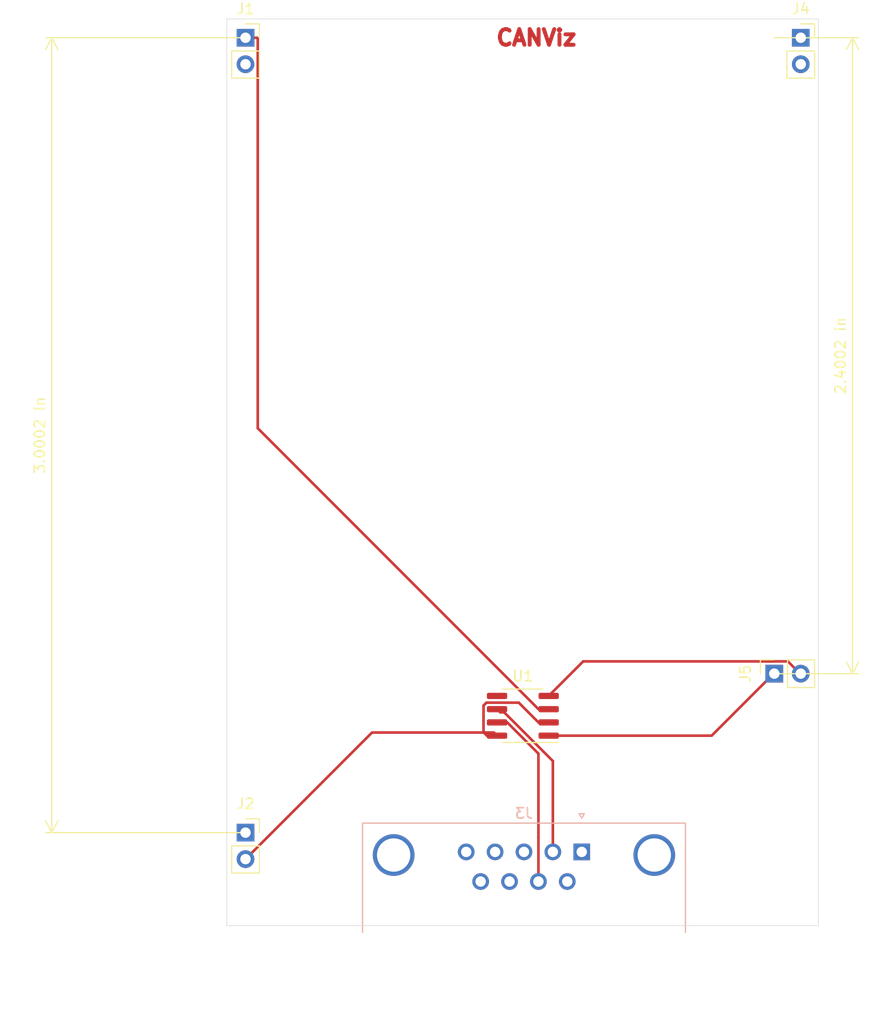
<source format=kicad_pcb>
(kicad_pcb (version 20171130) (host pcbnew 5.1.5-52549c5~84~ubuntu18.04.1)

  (general
    (thickness 1.6)
    (drawings 11)
    (tracks 31)
    (zones 0)
    (modules 6)
    (nets 19)
  )

  (page A4)
  (layers
    (0 F.Cu signal)
    (31 B.Cu signal)
    (32 B.Adhes user)
    (33 F.Adhes user)
    (34 B.Paste user)
    (35 F.Paste user)
    (36 B.SilkS user)
    (37 F.SilkS user)
    (38 B.Mask user)
    (39 F.Mask user)
    (40 Dwgs.User user)
    (41 Cmts.User user)
    (42 Eco1.User user)
    (43 Eco2.User user)
    (44 Edge.Cuts user)
    (45 Margin user)
    (46 B.CrtYd user)
    (47 F.CrtYd user)
    (48 B.Fab user)
    (49 F.Fab user)
  )

  (setup
    (last_trace_width 0.25)
    (trace_clearance 0.2)
    (zone_clearance 0.508)
    (zone_45_only no)
    (trace_min 0.2)
    (via_size 0.8)
    (via_drill 0.4)
    (via_min_size 0.4)
    (via_min_drill 0.3)
    (uvia_size 0.3)
    (uvia_drill 0.1)
    (uvias_allowed no)
    (uvia_min_size 0.2)
    (uvia_min_drill 0.1)
    (edge_width 0.05)
    (segment_width 0.2)
    (pcb_text_width 0.3)
    (pcb_text_size 1.5 1.5)
    (mod_edge_width 0.12)
    (mod_text_size 1 1)
    (mod_text_width 0.15)
    (pad_size 1.524 1.524)
    (pad_drill 0.762)
    (pad_to_mask_clearance 0.051)
    (solder_mask_min_width 0.25)
    (aux_axis_origin 0 0)
    (grid_origin 53.34 154.94)
    (visible_elements FFFFFF7F)
    (pcbplotparams
      (layerselection 0x010fc_ffffffff)
      (usegerberextensions false)
      (usegerberattributes false)
      (usegerberadvancedattributes false)
      (creategerberjobfile false)
      (excludeedgelayer true)
      (linewidth 0.100000)
      (plotframeref false)
      (viasonmask false)
      (mode 1)
      (useauxorigin false)
      (hpglpennumber 1)
      (hpglpenspeed 20)
      (hpglpendiameter 15.000000)
      (psnegative false)
      (psa4output false)
      (plotreference true)
      (plotvalue true)
      (plotinvisibletext false)
      (padsonsilk false)
      (subtractmaskfromsilk false)
      (outputformat 1)
      (mirror false)
      (drillshape 0)
      (scaleselection 1)
      (outputdirectory "gerbers/"))
  )

  (net 0 "")
  (net 1 +5V_STM)
  (net 2 "Net-(J1-Pad2)")
  (net 3 GND_STM)
  (net 4 "Net-(J2-Pad1)")
  (net 5 "Net-(J3-Pad1)")
  (net 6 canL)
  (net 7 "Net-(J3-Pad3)")
  (net 8 "Net-(J3-Pad4)")
  (net 9 "Net-(J3-Pad5)")
  (net 10 "Net-(J3-Pad6)")
  (net 11 canH)
  (net 12 "Net-(J3-Pad8)")
  (net 13 "Net-(J3-Pad9)")
  (net 14 "Net-(J4-Pad1)")
  (net 15 "Net-(J4-Pad2)")
  (net 16 PB13)
  (net 17 PB12)
  (net 18 "Net-(U1-Pad5)")

  (net_class Default "This is the default net class."
    (clearance 0.2)
    (trace_width 0.25)
    (via_dia 0.8)
    (via_drill 0.4)
    (uvia_dia 0.3)
    (uvia_drill 0.1)
    (add_net +5V_STM)
    (add_net GND_STM)
    (add_net "Net-(J1-Pad2)")
    (add_net "Net-(J2-Pad1)")
    (add_net "Net-(J3-Pad1)")
    (add_net "Net-(J3-Pad3)")
    (add_net "Net-(J3-Pad4)")
    (add_net "Net-(J3-Pad5)")
    (add_net "Net-(J3-Pad6)")
    (add_net "Net-(J3-Pad8)")
    (add_net "Net-(J3-Pad9)")
    (add_net "Net-(J4-Pad1)")
    (add_net "Net-(J4-Pad2)")
    (add_net "Net-(U1-Pad5)")
    (add_net PB12)
    (add_net PB13)
    (add_net canH)
    (add_net canL)
  )

  (module Connector_Dsub:DSUB-9_Male_Horizontal_P2.77x2.84mm_EdgePinOffset4.94mm_Housed_MountingHolesOffset7.48mm (layer B.Cu) (tedit 59FEDEE2) (tstamp 5E4C66F2)
    (at 88.35 140.24758 180)
    (descr "9-pin D-Sub connector, horizontal/angled (90 deg), THT-mount, male, pitch 2.77x2.84mm, pin-PCB-offset 4.9399999999999995mm, distance of mounting holes 25mm, distance of mounting holes to PCB edge 7.4799999999999995mm, see https://disti-assets.s3.amazonaws.com/tonar/files/datasheets/16730.pdf")
    (tags "9-pin D-Sub connector horizontal angled 90deg THT male pitch 2.77x2.84mm pin-PCB-offset 4.9399999999999995mm mounting-holes-distance 25mm mounting-hole-offset 25mm")
    (path /5E492897)
    (fp_text reference J3 (at 5.54 3.7) (layer B.SilkS)
      (effects (font (size 1 1) (thickness 0.15)) (justify mirror))
    )
    (fp_text value DB9_Male (at 5.54 -15.68) (layer B.Fab)
      (effects (font (size 1 1) (thickness 0.15)) (justify mirror))
    )
    (fp_text user %R (at 5.54 -11.18) (layer B.Fab)
      (effects (font (size 1 1) (thickness 0.15)) (justify mirror))
    )
    (fp_line (start 21.5 3.25) (end -10.4 3.25) (layer B.CrtYd) (width 0.05))
    (fp_line (start 21.5 -14.7) (end 21.5 3.25) (layer B.CrtYd) (width 0.05))
    (fp_line (start -10.4 -14.7) (end 21.5 -14.7) (layer B.CrtYd) (width 0.05))
    (fp_line (start -10.4 3.25) (end -10.4 -14.7) (layer B.CrtYd) (width 0.05))
    (fp_line (start 0 3.221325) (end -0.25 3.654338) (layer B.SilkS) (width 0.12))
    (fp_line (start 0.25 3.654338) (end 0 3.221325) (layer B.SilkS) (width 0.12))
    (fp_line (start -0.25 3.654338) (end 0.25 3.654338) (layer B.SilkS) (width 0.12))
    (fp_line (start 21.025 2.76) (end 21.025 -7.72) (layer B.SilkS) (width 0.12))
    (fp_line (start -9.945 2.76) (end 21.025 2.76) (layer B.SilkS) (width 0.12))
    (fp_line (start -9.945 -7.72) (end -9.945 2.76) (layer B.SilkS) (width 0.12))
    (fp_line (start 19.64 -7.78) (end 19.64 -0.3) (layer B.Fab) (width 0.1))
    (fp_line (start 16.44 -7.78) (end 16.44 -0.3) (layer B.Fab) (width 0.1))
    (fp_line (start -5.36 -7.78) (end -5.36 -0.3) (layer B.Fab) (width 0.1))
    (fp_line (start -8.56 -7.78) (end -8.56 -0.3) (layer B.Fab) (width 0.1))
    (fp_line (start 20.54 -8.18) (end 15.54 -8.18) (layer B.Fab) (width 0.1))
    (fp_line (start 20.54 -13.18) (end 20.54 -8.18) (layer B.Fab) (width 0.1))
    (fp_line (start 15.54 -13.18) (end 20.54 -13.18) (layer B.Fab) (width 0.1))
    (fp_line (start 15.54 -8.18) (end 15.54 -13.18) (layer B.Fab) (width 0.1))
    (fp_line (start -4.46 -8.18) (end -9.46 -8.18) (layer B.Fab) (width 0.1))
    (fp_line (start -4.46 -13.18) (end -4.46 -8.18) (layer B.Fab) (width 0.1))
    (fp_line (start -9.46 -13.18) (end -4.46 -13.18) (layer B.Fab) (width 0.1))
    (fp_line (start -9.46 -8.18) (end -9.46 -13.18) (layer B.Fab) (width 0.1))
    (fp_line (start 13.69 -8.18) (end -2.61 -8.18) (layer B.Fab) (width 0.1))
    (fp_line (start 13.69 -14.18) (end 13.69 -8.18) (layer B.Fab) (width 0.1))
    (fp_line (start -2.61 -14.18) (end 13.69 -14.18) (layer B.Fab) (width 0.1))
    (fp_line (start -2.61 -8.18) (end -2.61 -14.18) (layer B.Fab) (width 0.1))
    (fp_line (start 20.965 -7.78) (end -9.885 -7.78) (layer B.Fab) (width 0.1))
    (fp_line (start 20.965 -8.18) (end 20.965 -7.78) (layer B.Fab) (width 0.1))
    (fp_line (start -9.885 -8.18) (end 20.965 -8.18) (layer B.Fab) (width 0.1))
    (fp_line (start -9.885 -7.78) (end -9.885 -8.18) (layer B.Fab) (width 0.1))
    (fp_line (start 20.965 2.7) (end -9.885 2.7) (layer B.Fab) (width 0.1))
    (fp_line (start 20.965 -7.78) (end 20.965 2.7) (layer B.Fab) (width 0.1))
    (fp_line (start -9.885 -7.78) (end 20.965 -7.78) (layer B.Fab) (width 0.1))
    (fp_line (start -9.885 2.7) (end -9.885 -7.78) (layer B.Fab) (width 0.1))
    (fp_arc (start 18.04 -0.3) (end 16.44 -0.3) (angle -180) (layer B.Fab) (width 0.1))
    (fp_arc (start -6.96 -0.3) (end -8.56 -0.3) (angle -180) (layer B.Fab) (width 0.1))
    (pad 0 thru_hole circle (at 18.04 -0.3 180) (size 4 4) (drill 3.2) (layers *.Cu *.Mask))
    (pad 0 thru_hole circle (at -6.96 -0.3 180) (size 4 4) (drill 3.2) (layers *.Cu *.Mask))
    (pad 9 thru_hole circle (at 9.695 -2.84 180) (size 1.6 1.6) (drill 1) (layers *.Cu *.Mask)
      (net 13 "Net-(J3-Pad9)"))
    (pad 8 thru_hole circle (at 6.925 -2.84 180) (size 1.6 1.6) (drill 1) (layers *.Cu *.Mask)
      (net 12 "Net-(J3-Pad8)"))
    (pad 7 thru_hole circle (at 4.155 -2.84 180) (size 1.6 1.6) (drill 1) (layers *.Cu *.Mask)
      (net 11 canH))
    (pad 6 thru_hole circle (at 1.385 -2.84 180) (size 1.6 1.6) (drill 1) (layers *.Cu *.Mask)
      (net 10 "Net-(J3-Pad6)"))
    (pad 5 thru_hole circle (at 11.08 0 180) (size 1.6 1.6) (drill 1) (layers *.Cu *.Mask)
      (net 9 "Net-(J3-Pad5)"))
    (pad 4 thru_hole circle (at 8.31 0 180) (size 1.6 1.6) (drill 1) (layers *.Cu *.Mask)
      (net 8 "Net-(J3-Pad4)"))
    (pad 3 thru_hole circle (at 5.54 0 180) (size 1.6 1.6) (drill 1) (layers *.Cu *.Mask)
      (net 7 "Net-(J3-Pad3)"))
    (pad 2 thru_hole circle (at 2.77 0 180) (size 1.6 1.6) (drill 1) (layers *.Cu *.Mask)
      (net 6 canL))
    (pad 1 thru_hole rect (at 0 0 180) (size 1.6 1.6) (drill 1) (layers *.Cu *.Mask)
      (net 5 "Net-(J3-Pad1)"))
    (model ${KISYS3DMOD}/Connector_Dsub.3dshapes/DSUB-9_Male_Horizontal_P2.77x2.84mm_EdgePinOffset4.94mm_Housed_MountingHolesOffset7.48mm.wrl
      (at (xyz 0 0 0))
      (scale (xyz 1 1 1))
      (rotate (xyz 0 0 0))
    )
  )

  (module Package_SO:SOIC-8_3.9x4.9mm_P1.27mm (layer F.Cu) (tedit 5D9F72B1) (tstamp 5E3B0162)
    (at 82.7045 127.2 180)
    (descr "SOIC, 8 Pin (JEDEC MS-012AA, https://www.analog.com/media/en/package-pcb-resources/package/pkg_pdf/soic_narrow-r/r_8.pdf), generated with kicad-footprint-generator ipc_gullwing_generator.py")
    (tags "SOIC SO")
    (path /5E4B67C7)
    (attr smd)
    (fp_text reference U1 (at 0 3.81) (layer F.SilkS)
      (effects (font (size 1 1) (thickness 0.15)))
    )
    (fp_text value MCP2551-I-SN (at -2.54 -3.81) (layer F.Fab)
      (effects (font (size 1 1) (thickness 0.15)))
    )
    (fp_line (start 0 2.56) (end 1.95 2.56) (layer F.SilkS) (width 0.12))
    (fp_line (start 0 2.56) (end -1.95 2.56) (layer F.SilkS) (width 0.12))
    (fp_line (start 0 -2.56) (end 1.95 -2.56) (layer F.SilkS) (width 0.12))
    (fp_line (start 0 -2.56) (end -3.45 -2.56) (layer F.SilkS) (width 0.12))
    (fp_line (start -0.975 -2.45) (end 1.95 -2.45) (layer F.Fab) (width 0.1))
    (fp_line (start 1.95 -2.45) (end 1.95 2.45) (layer F.Fab) (width 0.1))
    (fp_line (start 1.95 2.45) (end -1.95 2.45) (layer F.Fab) (width 0.1))
    (fp_line (start -1.95 2.45) (end -1.95 -1.475) (layer F.Fab) (width 0.1))
    (fp_line (start -1.95 -1.475) (end -0.975 -2.45) (layer F.Fab) (width 0.1))
    (fp_line (start -3.7 -2.7) (end -3.7 2.7) (layer F.CrtYd) (width 0.05))
    (fp_line (start -3.7 2.7) (end 3.7 2.7) (layer F.CrtYd) (width 0.05))
    (fp_line (start 3.7 2.7) (end 3.7 -2.7) (layer F.CrtYd) (width 0.05))
    (fp_line (start 3.7 -2.7) (end -3.7 -2.7) (layer F.CrtYd) (width 0.05))
    (fp_text user %R (at 0 0 180) (layer F.Fab)
      (effects (font (size 0.98 0.98) (thickness 0.15)))
    )
    (pad 1 smd roundrect (at -2.475 -1.905 180) (size 1.95 0.6) (layers F.Cu F.Paste F.Mask) (roundrect_rratio 0.25)
      (net 16 PB13))
    (pad 2 smd roundrect (at -2.475 -0.635 180) (size 1.95 0.6) (layers F.Cu F.Paste F.Mask) (roundrect_rratio 0.25)
      (net 3 GND_STM))
    (pad 3 smd roundrect (at -2.475 0.635 180) (size 1.95 0.6) (layers F.Cu F.Paste F.Mask) (roundrect_rratio 0.25)
      (net 1 +5V_STM))
    (pad 4 smd roundrect (at -2.475 1.905 180) (size 1.95 0.6) (layers F.Cu F.Paste F.Mask) (roundrect_rratio 0.25)
      (net 17 PB12))
    (pad 5 smd roundrect (at 2.475 1.905 180) (size 1.95 0.6) (layers F.Cu F.Paste F.Mask) (roundrect_rratio 0.25)
      (net 18 "Net-(U1-Pad5)"))
    (pad 6 smd roundrect (at 2.475 0.635 180) (size 1.95 0.6) (layers F.Cu F.Paste F.Mask) (roundrect_rratio 0.25)
      (net 6 canL))
    (pad 7 smd roundrect (at 2.475 -0.635 180) (size 1.95 0.6) (layers F.Cu F.Paste F.Mask) (roundrect_rratio 0.25)
      (net 11 canH))
    (pad 8 smd roundrect (at 2.475 -1.905 180) (size 1.95 0.6) (layers F.Cu F.Paste F.Mask) (roundrect_rratio 0.25)
      (net 3 GND_STM))
    (model ${KISYS3DMOD}/Package_SO.3dshapes/SOIC-8_3.9x4.9mm_P1.27mm.wrl
      (at (xyz 0 0 0))
      (scale (xyz 1 1 1))
      (rotate (xyz 0 0 0))
    )
  )

  (module Connector_PinSocket_2.54mm:PinSocket_1x02_P2.54mm_Vertical (layer F.Cu) (tedit 5A19A420) (tstamp 5E45DD30)
    (at 56.1 62.2)
    (descr "Through hole straight socket strip, 1x02, 2.54mm pitch, single row (from Kicad 4.0.7), script generated")
    (tags "Through hole socket strip THT 1x02 2.54mm single row")
    (path /5E4756EE)
    (fp_text reference J1 (at 0 -2.77) (layer F.SilkS)
      (effects (font (size 1 1) (thickness 0.15)))
    )
    (fp_text value Conn_01x02_Female (at 0 5.31) (layer F.Fab)
      (effects (font (size 1 1) (thickness 0.15)))
    )
    (fp_line (start -1.27 -1.27) (end 0.635 -1.27) (layer F.Fab) (width 0.1))
    (fp_line (start 0.635 -1.27) (end 1.27 -0.635) (layer F.Fab) (width 0.1))
    (fp_line (start 1.27 -0.635) (end 1.27 3.81) (layer F.Fab) (width 0.1))
    (fp_line (start 1.27 3.81) (end -1.27 3.81) (layer F.Fab) (width 0.1))
    (fp_line (start -1.27 3.81) (end -1.27 -1.27) (layer F.Fab) (width 0.1))
    (fp_line (start -1.33 1.27) (end 1.33 1.27) (layer F.SilkS) (width 0.12))
    (fp_line (start -1.33 1.27) (end -1.33 3.87) (layer F.SilkS) (width 0.12))
    (fp_line (start -1.33 3.87) (end 1.33 3.87) (layer F.SilkS) (width 0.12))
    (fp_line (start 1.33 1.27) (end 1.33 3.87) (layer F.SilkS) (width 0.12))
    (fp_line (start 1.33 -1.33) (end 1.33 0) (layer F.SilkS) (width 0.12))
    (fp_line (start 0 -1.33) (end 1.33 -1.33) (layer F.SilkS) (width 0.12))
    (fp_line (start -1.8 -1.8) (end 1.75 -1.8) (layer F.CrtYd) (width 0.05))
    (fp_line (start 1.75 -1.8) (end 1.75 4.3) (layer F.CrtYd) (width 0.05))
    (fp_line (start 1.75 4.3) (end -1.8 4.3) (layer F.CrtYd) (width 0.05))
    (fp_line (start -1.8 4.3) (end -1.8 -1.8) (layer F.CrtYd) (width 0.05))
    (fp_text user %R (at 0 1.27 90) (layer F.Fab)
      (effects (font (size 1 1) (thickness 0.15)))
    )
    (pad 1 thru_hole rect (at 0 0) (size 1.7 1.7) (drill 1) (layers *.Cu *.Mask)
      (net 1 +5V_STM))
    (pad 2 thru_hole oval (at 0 2.54) (size 1.7 1.7) (drill 1) (layers *.Cu *.Mask)
      (net 2 "Net-(J1-Pad2)"))
    (model ${KISYS3DMOD}/Connector_PinSocket_2.54mm.3dshapes/PinSocket_1x02_P2.54mm_Vertical.wrl
      (at (xyz 0 0 0))
      (scale (xyz 1 1 1))
      (rotate (xyz 0 0 0))
    )
  )

  (module Connector_PinSocket_2.54mm:PinSocket_1x02_P2.54mm_Vertical (layer F.Cu) (tedit 5A19A420) (tstamp 5E45DD45)
    (at 56.1 138.4)
    (descr "Through hole straight socket strip, 1x02, 2.54mm pitch, single row (from Kicad 4.0.7), script generated")
    (tags "Through hole socket strip THT 1x02 2.54mm single row")
    (path /5E483C82)
    (fp_text reference J2 (at 0 -2.77) (layer F.SilkS)
      (effects (font (size 1 1) (thickness 0.15)))
    )
    (fp_text value Conn_01x02_Female (at 0 5.31) (layer F.Fab)
      (effects (font (size 1 1) (thickness 0.15)))
    )
    (fp_line (start -1.27 -1.27) (end 0.635 -1.27) (layer F.Fab) (width 0.1))
    (fp_line (start 0.635 -1.27) (end 1.27 -0.635) (layer F.Fab) (width 0.1))
    (fp_line (start 1.27 -0.635) (end 1.27 3.81) (layer F.Fab) (width 0.1))
    (fp_line (start 1.27 3.81) (end -1.27 3.81) (layer F.Fab) (width 0.1))
    (fp_line (start -1.27 3.81) (end -1.27 -1.27) (layer F.Fab) (width 0.1))
    (fp_line (start -1.33 1.27) (end 1.33 1.27) (layer F.SilkS) (width 0.12))
    (fp_line (start -1.33 1.27) (end -1.33 3.87) (layer F.SilkS) (width 0.12))
    (fp_line (start -1.33 3.87) (end 1.33 3.87) (layer F.SilkS) (width 0.12))
    (fp_line (start 1.33 1.27) (end 1.33 3.87) (layer F.SilkS) (width 0.12))
    (fp_line (start 1.33 -1.33) (end 1.33 0) (layer F.SilkS) (width 0.12))
    (fp_line (start 0 -1.33) (end 1.33 -1.33) (layer F.SilkS) (width 0.12))
    (fp_line (start -1.8 -1.8) (end 1.75 -1.8) (layer F.CrtYd) (width 0.05))
    (fp_line (start 1.75 -1.8) (end 1.75 4.3) (layer F.CrtYd) (width 0.05))
    (fp_line (start 1.75 4.3) (end -1.8 4.3) (layer F.CrtYd) (width 0.05))
    (fp_line (start -1.8 4.3) (end -1.8 -1.8) (layer F.CrtYd) (width 0.05))
    (fp_text user %R (at 0 1.27 90) (layer F.Fab)
      (effects (font (size 1 1) (thickness 0.15)))
    )
    (pad 1 thru_hole rect (at 0 0) (size 1.7 1.7) (drill 1) (layers *.Cu *.Mask)
      (net 4 "Net-(J2-Pad1)"))
    (pad 2 thru_hole oval (at 0 2.54) (size 1.7 1.7) (drill 1) (layers *.Cu *.Mask)
      (net 3 GND_STM))
    (model ${KISYS3DMOD}/Connector_PinSocket_2.54mm.3dshapes/PinSocket_1x02_P2.54mm_Vertical.wrl
      (at (xyz 0 0 0))
      (scale (xyz 1 1 1))
      (rotate (xyz 0 0 0))
    )
  )

  (module Connector_PinSocket_2.54mm:PinSocket_1x02_P2.54mm_Vertical (layer F.Cu) (tedit 5A19A420) (tstamp 5E45DD5A)
    (at 109.36 62.2)
    (descr "Through hole straight socket strip, 1x02, 2.54mm pitch, single row (from Kicad 4.0.7), script generated")
    (tags "Through hole socket strip THT 1x02 2.54mm single row")
    (path /5E48015E)
    (fp_text reference J4 (at 0 -2.77) (layer F.SilkS)
      (effects (font (size 1 1) (thickness 0.15)))
    )
    (fp_text value Conn_01x02_Female (at 0 5.31) (layer F.Fab)
      (effects (font (size 1 1) (thickness 0.15)))
    )
    (fp_text user %R (at 0 1.27 90) (layer F.Fab)
      (effects (font (size 1 1) (thickness 0.15)))
    )
    (fp_line (start -1.8 4.3) (end -1.8 -1.8) (layer F.CrtYd) (width 0.05))
    (fp_line (start 1.75 4.3) (end -1.8 4.3) (layer F.CrtYd) (width 0.05))
    (fp_line (start 1.75 -1.8) (end 1.75 4.3) (layer F.CrtYd) (width 0.05))
    (fp_line (start -1.8 -1.8) (end 1.75 -1.8) (layer F.CrtYd) (width 0.05))
    (fp_line (start 0 -1.33) (end 1.33 -1.33) (layer F.SilkS) (width 0.12))
    (fp_line (start 1.33 -1.33) (end 1.33 0) (layer F.SilkS) (width 0.12))
    (fp_line (start 1.33 1.27) (end 1.33 3.87) (layer F.SilkS) (width 0.12))
    (fp_line (start -1.33 3.87) (end 1.33 3.87) (layer F.SilkS) (width 0.12))
    (fp_line (start -1.33 1.27) (end -1.33 3.87) (layer F.SilkS) (width 0.12))
    (fp_line (start -1.33 1.27) (end 1.33 1.27) (layer F.SilkS) (width 0.12))
    (fp_line (start -1.27 3.81) (end -1.27 -1.27) (layer F.Fab) (width 0.1))
    (fp_line (start 1.27 3.81) (end -1.27 3.81) (layer F.Fab) (width 0.1))
    (fp_line (start 1.27 -0.635) (end 1.27 3.81) (layer F.Fab) (width 0.1))
    (fp_line (start 0.635 -1.27) (end 1.27 -0.635) (layer F.Fab) (width 0.1))
    (fp_line (start -1.27 -1.27) (end 0.635 -1.27) (layer F.Fab) (width 0.1))
    (pad 2 thru_hole oval (at 0 2.54) (size 1.7 1.7) (drill 1) (layers *.Cu *.Mask)
      (net 15 "Net-(J4-Pad2)"))
    (pad 1 thru_hole rect (at 0 0) (size 1.7 1.7) (drill 1) (layers *.Cu *.Mask)
      (net 14 "Net-(J4-Pad1)"))
    (model ${KISYS3DMOD}/Connector_PinSocket_2.54mm.3dshapes/PinSocket_1x02_P2.54mm_Vertical.wrl
      (at (xyz 0 0 0))
      (scale (xyz 1 1 1))
      (rotate (xyz 0 0 0))
    )
  )

  (module Connector_PinSocket_2.54mm:PinSocket_1x02_P2.54mm_Vertical (layer F.Cu) (tedit 5A19A420) (tstamp 5E45DD6F)
    (at 106.82 123.16 90)
    (descr "Through hole straight socket strip, 1x02, 2.54mm pitch, single row (from Kicad 4.0.7), script generated")
    (tags "Through hole socket strip THT 1x02 2.54mm single row")
    (path /5E48A586)
    (fp_text reference J5 (at 0 -2.77 90) (layer F.SilkS)
      (effects (font (size 1 1) (thickness 0.15)))
    )
    (fp_text value Conn_01x02_Female (at 0 5.31 90) (layer F.Fab)
      (effects (font (size 1 1) (thickness 0.15)))
    )
    (fp_text user %R (at 0 1.27) (layer F.Fab)
      (effects (font (size 1 1) (thickness 0.15)))
    )
    (fp_line (start -1.8 4.3) (end -1.8 -1.8) (layer F.CrtYd) (width 0.05))
    (fp_line (start 1.75 4.3) (end -1.8 4.3) (layer F.CrtYd) (width 0.05))
    (fp_line (start 1.75 -1.8) (end 1.75 4.3) (layer F.CrtYd) (width 0.05))
    (fp_line (start -1.8 -1.8) (end 1.75 -1.8) (layer F.CrtYd) (width 0.05))
    (fp_line (start 0 -1.33) (end 1.33 -1.33) (layer F.SilkS) (width 0.12))
    (fp_line (start 1.33 -1.33) (end 1.33 0) (layer F.SilkS) (width 0.12))
    (fp_line (start 1.33 1.27) (end 1.33 3.87) (layer F.SilkS) (width 0.12))
    (fp_line (start -1.33 3.87) (end 1.33 3.87) (layer F.SilkS) (width 0.12))
    (fp_line (start -1.33 1.27) (end -1.33 3.87) (layer F.SilkS) (width 0.12))
    (fp_line (start -1.33 1.27) (end 1.33 1.27) (layer F.SilkS) (width 0.12))
    (fp_line (start -1.27 3.81) (end -1.27 -1.27) (layer F.Fab) (width 0.1))
    (fp_line (start 1.27 3.81) (end -1.27 3.81) (layer F.Fab) (width 0.1))
    (fp_line (start 1.27 -0.635) (end 1.27 3.81) (layer F.Fab) (width 0.1))
    (fp_line (start 0.635 -1.27) (end 1.27 -0.635) (layer F.Fab) (width 0.1))
    (fp_line (start -1.27 -1.27) (end 0.635 -1.27) (layer F.Fab) (width 0.1))
    (pad 2 thru_hole oval (at 0 2.54 90) (size 1.7 1.7) (drill 1) (layers *.Cu *.Mask)
      (net 17 PB12))
    (pad 1 thru_hole rect (at 0 0 90) (size 1.7 1.7) (drill 1) (layers *.Cu *.Mask)
      (net 16 PB13))
    (model ${KISYS3DMOD}/Connector_PinSocket_2.54mm.3dshapes/PinSocket_1x02_P2.54mm_Vertical.wrl
      (at (xyz 0 0 0))
      (scale (xyz 1 1 1))
      (rotate (xyz 0 0 0))
    )
  )

  (gr_line (start 111.0488 147.32) (end 54.3052 147.32) (layer Edge.Cuts) (width 0.05) (tstamp 5E4D6741))
  (gr_line (start 111.0488 146.05) (end 111.0488 147.32) (layer Edge.Cuts) (width 0.05))
  (gr_line (start 54.3052 146.05) (end 54.3052 147.32) (layer Edge.Cuts) (width 0.05))
  (gr_line (start 111.0488 142.748) (end 111.0488 146.05) (layer Edge.Cuts) (width 0.05))
  (gr_line (start 54.3052 142.748) (end 54.3052 146.05) (layer Edge.Cuts) (width 0.05))
  (dimension 60.9646 (width 0.12) (layer F.SilkS)
    (gr_text "60.965 mm" (at 115.5954 92.6823 270) (layer F.SilkS)
      (effects (font (size 1 1) (thickness 0.15)))
    )
    (feature1 (pts (xy 106.76 123.1646) (xy 114.911821 123.1646)))
    (feature2 (pts (xy 106.76 62.2) (xy 114.911821 62.2)))
    (crossbar (pts (xy 114.3254 62.2) (xy 114.3254 123.1646)))
    (arrow1a (pts (xy 114.3254 123.1646) (xy 113.738979 122.038096)))
    (arrow1b (pts (xy 114.3254 123.1646) (xy 114.911821 122.038096)))
    (arrow2a (pts (xy 114.3254 62.2) (xy 113.738979 63.326504)))
    (arrow2b (pts (xy 114.3254 62.2) (xy 114.911821 63.326504)))
  )
  (dimension 76.2046 (width 0.12) (layer F.SilkS)
    (gr_text "76.205 mm" (at 36.2458 100.3023 270) (layer F.SilkS)
      (effects (font (size 1 1) (thickness 0.15)))
    )
    (feature1 (pts (xy 56.1 138.4046) (xy 36.929379 138.4046)))
    (feature2 (pts (xy 56.1 62.2) (xy 36.929379 62.2)))
    (crossbar (pts (xy 37.5158 62.2) (xy 37.5158 138.4046)))
    (arrow1a (pts (xy 37.5158 138.4046) (xy 36.929379 137.278096)))
    (arrow1b (pts (xy 37.5158 138.4046) (xy 38.102221 137.278096)))
    (arrow2a (pts (xy 37.5158 62.2) (xy 36.929379 63.326504)))
    (arrow2b (pts (xy 37.5158 62.2) (xy 38.102221 63.326504)))
  )
  (gr_text CANViz (at 84 62.2) (layer F.Cu)
    (effects (font (size 1.5 1.5) (thickness 0.375)))
  )
  (gr_line (start 54.3052 60.4012) (end 54.3052 142.748) (layer Edge.Cuts) (width 0.05) (tstamp 5E3B0FDC))
  (gr_line (start 111.0488 60.4012) (end 54.3052 60.4012) (layer Edge.Cuts) (width 0.05))
  (gr_line (start 111.0488 142.748) (end 111.0488 60.4012) (layer Edge.Cuts) (width 0.05))

  (segment (start 57.2 62.2) (end 56.1 62.2) (width 0.25) (layer F.Cu) (net 1))
  (segment (start 57.275001 62.275001) (end 57.2 62.2) (width 0.25) (layer F.Cu) (net 1))
  (segment (start 57.275001 99.635501) (end 57.275001 62.275001) (width 0.25) (layer F.Cu) (net 1))
  (segment (start 84.2045 126.565) (end 57.275001 99.635501) (width 0.25) (layer F.Cu) (net 1))
  (segment (start 85.1795 126.565) (end 84.2045 126.565) (width 0.25) (layer F.Cu) (net 1))
  (segment (start 68.235 128.805) (end 56.949999 140.090001) (width 0.25) (layer F.Cu) (net 3))
  (segment (start 56.949999 140.090001) (end 56.1 140.94) (width 0.25) (layer F.Cu) (net 3))
  (segment (start 79.9295 128.805) (end 68.235 128.805) (width 0.25) (layer F.Cu) (net 3))
  (segment (start 80.2295 129.105) (end 79.9295 128.805) (width 0.25) (layer F.Cu) (net 3))
  (segment (start 84.2045 127.835) (end 85.1795 127.835) (width 0.25) (layer F.Cu) (net 3))
  (segment (start 82.30949 125.93999) (end 84.2045 127.835) (width 0.25) (layer F.Cu) (net 3))
  (segment (start 79.207742 125.93999) (end 82.30949 125.93999) (width 0.25) (layer F.Cu) (net 3))
  (segment (start 78.92949 126.218242) (end 79.207742 125.93999) (width 0.25) (layer F.Cu) (net 3))
  (segment (start 78.92949 128.77999) (end 78.92949 126.218242) (width 0.25) (layer F.Cu) (net 3))
  (segment (start 79.2545 129.105) (end 78.92949 128.77999) (width 0.25) (layer F.Cu) (net 3))
  (segment (start 80.2295 129.105) (end 79.2545 129.105) (width 0.25) (layer F.Cu) (net 3))
  (segment (start 85.58 136.00758) (end 85.58 140.24758) (width 0.25) (layer F.Cu) (net 6))
  (segment (start 85.58 131.538732) (end 85.58 136.00758) (width 0.25) (layer F.Cu) (net 6))
  (segment (start 80.2295 126.565) (end 80.5295 126.865) (width 0.25) (layer F.Cu) (net 6))
  (segment (start 80.906268 126.865) (end 85.58 131.538732) (width 0.25) (layer F.Cu) (net 6))
  (segment (start 80.5295 126.865) (end 80.906268 126.865) (width 0.25) (layer F.Cu) (net 6))
  (segment (start 84.195 138.84758) (end 84.195 143.08758) (width 0.25) (layer F.Cu) (net 11))
  (segment (start 84.195 130.8255) (end 84.195 138.84758) (width 0.25) (layer F.Cu) (net 11))
  (segment (start 80.2295 127.835) (end 81.2045 127.835) (width 0.25) (layer F.Cu) (net 11))
  (segment (start 81.2045 127.835) (end 84.195 130.8255) (width 0.25) (layer F.Cu) (net 11))
  (segment (start 100.815 129.105) (end 85.1795 129.105) (width 0.25) (layer F.Cu) (net 16))
  (segment (start 106.76 123.16) (end 100.815 129.105) (width 0.25) (layer F.Cu) (net 16))
  (segment (start 108.124999 121.984999) (end 88.489501 121.984999) (width 0.25) (layer F.Cu) (net 17))
  (segment (start 85.4795 124.995) (end 85.1795 125.295) (width 0.25) (layer F.Cu) (net 17))
  (segment (start 88.489501 121.984999) (end 85.4795 124.995) (width 0.25) (layer F.Cu) (net 17))
  (segment (start 109.3 123.16) (end 108.124999 121.984999) (width 0.25) (layer F.Cu) (net 17))

)

</source>
